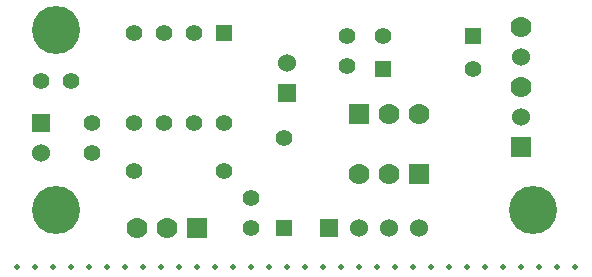
<source format=gts>
G04 (created by PCBNEW (2013-june-11)-stable) date Sun 05 Oct 2014 09:39:27 PM EDT*
%MOIN*%
G04 Gerber Fmt 3.4, Leading zero omitted, Abs format*
%FSLAX34Y34*%
G01*
G70*
G90*
G04 APERTURE LIST*
%ADD10C,0.00590551*%
%ADD11R,0.07X0.07*%
%ADD12C,0.07*%
%ADD13C,0.06*%
%ADD14C,0.02*%
%ADD15R,0.055X0.055*%
%ADD16C,0.055*%
%ADD17C,0.16*%
%ADD18R,0.06X0.06*%
G04 APERTURE END LIST*
G54D10*
G54D11*
X21800Y-14500D03*
G54D12*
X20800Y-14500D03*
X19800Y-14500D03*
X20800Y-12500D03*
X21800Y-12500D03*
G54D11*
X19800Y-12500D03*
X14400Y-16300D03*
G54D12*
X12400Y-16300D03*
X13400Y-16300D03*
X25200Y-11600D03*
G54D11*
X25200Y-13600D03*
G54D12*
X25200Y-9600D03*
G54D13*
X25200Y-12600D03*
X25200Y-10600D03*
G54D14*
X18000Y-17600D03*
X18600Y-17600D03*
X19800Y-17600D03*
X19200Y-17600D03*
X21600Y-17600D03*
X22200Y-17600D03*
X21000Y-17600D03*
X20400Y-17600D03*
X25200Y-17600D03*
X25800Y-17600D03*
X27000Y-17600D03*
X26400Y-17600D03*
X24000Y-17600D03*
X24600Y-17600D03*
X23400Y-17600D03*
X22800Y-17600D03*
X13200Y-17600D03*
X13800Y-17600D03*
X15000Y-17600D03*
X14400Y-17600D03*
X16800Y-17600D03*
X17400Y-17600D03*
X16200Y-17600D03*
X15600Y-17600D03*
X10800Y-17600D03*
X11400Y-17600D03*
X12600Y-17600D03*
X12000Y-17600D03*
X9600Y-17600D03*
X10200Y-17600D03*
X9000Y-17600D03*
X8400Y-17600D03*
G54D15*
X15300Y-9800D03*
G54D16*
X14300Y-9800D03*
X13300Y-9800D03*
X12300Y-9800D03*
X12300Y-12800D03*
X13300Y-12800D03*
X14300Y-12800D03*
X15300Y-12800D03*
G54D15*
X23600Y-9900D03*
G54D16*
X20600Y-9900D03*
G54D15*
X20600Y-11000D03*
G54D16*
X23600Y-11000D03*
X10900Y-13800D03*
X10900Y-12800D03*
X19400Y-9900D03*
X19400Y-10900D03*
X12300Y-14400D03*
X15300Y-14400D03*
G54D15*
X17300Y-16300D03*
G54D16*
X17300Y-13300D03*
X9200Y-11400D03*
X10200Y-11400D03*
G54D17*
X9700Y-9700D03*
G54D18*
X9200Y-12800D03*
G54D13*
X9200Y-13800D03*
G54D17*
X25600Y-15700D03*
X9700Y-15700D03*
G54D18*
X17400Y-11800D03*
G54D13*
X17400Y-10800D03*
G54D18*
X18800Y-16300D03*
G54D13*
X19800Y-16300D03*
X20800Y-16300D03*
X21800Y-16300D03*
G54D16*
X16200Y-15300D03*
X16200Y-16300D03*
M02*

</source>
